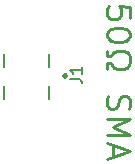
<source format=gbr>
%TF.GenerationSoftware,KiCad,Pcbnew,8.0.4*%
%TF.CreationDate,2024-11-08T13:11:16-05:00*%
%TF.ProjectId,2.4GHz_Patch,322e3447-487a-45f5-9061-7463682e6b69,rev?*%
%TF.SameCoordinates,Original*%
%TF.FileFunction,Legend,Top*%
%TF.FilePolarity,Positive*%
%FSLAX46Y46*%
G04 Gerber Fmt 4.6, Leading zero omitted, Abs format (unit mm)*
G04 Created by KiCad (PCBNEW 8.0.4) date 2024-11-08 13:11:16*
%MOMM*%
%LPD*%
G01*
G04 APERTURE LIST*
%ADD10C,0.250000*%
%ADD11C,0.150000*%
%ADD12C,0.300000*%
%ADD13C,0.127000*%
G04 APERTURE END LIST*
D10*
X127157761Y-63793044D02*
X127157761Y-62840663D01*
X127157761Y-62840663D02*
X126205380Y-62745425D01*
X126205380Y-62745425D02*
X126300619Y-62840663D01*
X126300619Y-62840663D02*
X126395857Y-63031139D01*
X126395857Y-63031139D02*
X126395857Y-63507330D01*
X126395857Y-63507330D02*
X126300619Y-63697806D01*
X126300619Y-63697806D02*
X126205380Y-63793044D01*
X126205380Y-63793044D02*
X126014904Y-63888282D01*
X126014904Y-63888282D02*
X125538714Y-63888282D01*
X125538714Y-63888282D02*
X125348238Y-63793044D01*
X125348238Y-63793044D02*
X125253000Y-63697806D01*
X125253000Y-63697806D02*
X125157761Y-63507330D01*
X125157761Y-63507330D02*
X125157761Y-63031139D01*
X125157761Y-63031139D02*
X125253000Y-62840663D01*
X125253000Y-62840663D02*
X125348238Y-62745425D01*
X127157761Y-65126377D02*
X127157761Y-65316854D01*
X127157761Y-65316854D02*
X127062523Y-65507330D01*
X127062523Y-65507330D02*
X126967285Y-65602568D01*
X126967285Y-65602568D02*
X126776809Y-65697806D01*
X126776809Y-65697806D02*
X126395857Y-65793044D01*
X126395857Y-65793044D02*
X125919666Y-65793044D01*
X125919666Y-65793044D02*
X125538714Y-65697806D01*
X125538714Y-65697806D02*
X125348238Y-65602568D01*
X125348238Y-65602568D02*
X125253000Y-65507330D01*
X125253000Y-65507330D02*
X125157761Y-65316854D01*
X125157761Y-65316854D02*
X125157761Y-65126377D01*
X125157761Y-65126377D02*
X125253000Y-64935901D01*
X125253000Y-64935901D02*
X125348238Y-64840663D01*
X125348238Y-64840663D02*
X125538714Y-64745425D01*
X125538714Y-64745425D02*
X125919666Y-64650187D01*
X125919666Y-64650187D02*
X126395857Y-64650187D01*
X126395857Y-64650187D02*
X126776809Y-64745425D01*
X126776809Y-64745425D02*
X126967285Y-64840663D01*
X126967285Y-64840663D02*
X127062523Y-64935901D01*
X127062523Y-64935901D02*
X127157761Y-65126377D01*
X125157761Y-66554949D02*
X125157761Y-67031139D01*
X125157761Y-67031139D02*
X125538714Y-67031139D01*
X125538714Y-67031139D02*
X125633952Y-66840663D01*
X125633952Y-66840663D02*
X125824428Y-66650187D01*
X125824428Y-66650187D02*
X126110142Y-66554949D01*
X126110142Y-66554949D02*
X126586333Y-66554949D01*
X126586333Y-66554949D02*
X126872047Y-66650187D01*
X126872047Y-66650187D02*
X127062523Y-66840663D01*
X127062523Y-66840663D02*
X127157761Y-67126377D01*
X127157761Y-67126377D02*
X127157761Y-67507330D01*
X127157761Y-67507330D02*
X127062523Y-67793044D01*
X127062523Y-67793044D02*
X126872047Y-67983520D01*
X126872047Y-67983520D02*
X126586333Y-68078758D01*
X126586333Y-68078758D02*
X126110142Y-68078758D01*
X126110142Y-68078758D02*
X125824428Y-67983520D01*
X125824428Y-67983520D02*
X125633952Y-67793044D01*
X125633952Y-67793044D02*
X125538714Y-67602568D01*
X125538714Y-67602568D02*
X125157761Y-67602568D01*
X125157761Y-67602568D02*
X125157761Y-68078758D01*
X125253000Y-70364473D02*
X125157761Y-70650187D01*
X125157761Y-70650187D02*
X125157761Y-71126378D01*
X125157761Y-71126378D02*
X125253000Y-71316854D01*
X125253000Y-71316854D02*
X125348238Y-71412092D01*
X125348238Y-71412092D02*
X125538714Y-71507330D01*
X125538714Y-71507330D02*
X125729190Y-71507330D01*
X125729190Y-71507330D02*
X125919666Y-71412092D01*
X125919666Y-71412092D02*
X126014904Y-71316854D01*
X126014904Y-71316854D02*
X126110142Y-71126378D01*
X126110142Y-71126378D02*
X126205380Y-70745425D01*
X126205380Y-70745425D02*
X126300619Y-70554949D01*
X126300619Y-70554949D02*
X126395857Y-70459711D01*
X126395857Y-70459711D02*
X126586333Y-70364473D01*
X126586333Y-70364473D02*
X126776809Y-70364473D01*
X126776809Y-70364473D02*
X126967285Y-70459711D01*
X126967285Y-70459711D02*
X127062523Y-70554949D01*
X127062523Y-70554949D02*
X127157761Y-70745425D01*
X127157761Y-70745425D02*
X127157761Y-71221616D01*
X127157761Y-71221616D02*
X127062523Y-71507330D01*
X125157761Y-72364473D02*
X127157761Y-72364473D01*
X127157761Y-72364473D02*
X125729190Y-73031140D01*
X125729190Y-73031140D02*
X127157761Y-73697806D01*
X127157761Y-73697806D02*
X125157761Y-73697806D01*
X125729190Y-74554949D02*
X125729190Y-75507330D01*
X125157761Y-74364473D02*
X127157761Y-75031139D01*
X127157761Y-75031139D02*
X125157761Y-75697806D01*
D11*
X122053012Y-68948513D02*
X122767984Y-68948513D01*
X122767984Y-68948513D02*
X122910979Y-68996177D01*
X122910979Y-68996177D02*
X123006309Y-69091507D01*
X123006309Y-69091507D02*
X123053973Y-69234501D01*
X123053973Y-69234501D02*
X123053973Y-69329831D01*
X123053973Y-67947552D02*
X123053973Y-68519529D01*
X123053973Y-68233540D02*
X122053012Y-68233540D01*
X122053012Y-68233540D02*
X122196007Y-68328870D01*
X122196007Y-68328870D02*
X122291336Y-68424200D01*
X122291336Y-68424200D02*
X122339001Y-68519529D01*
D12*
%TO.C,J1*%
X121738000Y-68677000D02*
G75*
G02*
X121538000Y-68677000I-100000J0D01*
G01*
X121538000Y-68677000D02*
G75*
G02*
X121738000Y-68677000I100000J0D01*
G01*
D13*
X120270000Y-66850000D02*
X120270000Y-67950000D01*
X120270000Y-69550000D02*
X120270000Y-70650000D01*
X116470000Y-66850000D02*
X116470000Y-67950000D01*
X116470000Y-69550000D02*
X116470000Y-70650000D01*
%TD*%
M02*

</source>
